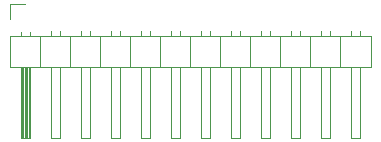
<source format=gbr>
%TF.GenerationSoftware,KiCad,Pcbnew,6.0.11-2627ca5db0~126~ubuntu22.04.1*%
%TF.CreationDate,2023-08-06T20:15:41-06:00*%
%TF.ProjectId,LED-Bank,4c45442d-4261-46e6-9b2e-6b696361645f,rev?*%
%TF.SameCoordinates,Original*%
%TF.FileFunction,Legend,Bot*%
%TF.FilePolarity,Positive*%
%FSLAX46Y46*%
G04 Gerber Fmt 4.6, Leading zero omitted, Abs format (unit mm)*
G04 Created by KiCad (PCBNEW 6.0.11-2627ca5db0~126~ubuntu22.04.1) date 2023-08-06 20:15:41*
%MOMM*%
%LPD*%
G01*
G04 APERTURE LIST*
%ADD10C,0.120000*%
G04 APERTURE END LIST*
D10*
%TO.C,J1*%
X191687430Y-126891618D02*
X191687430Y-129551618D01*
X162797430Y-126561618D02*
X162797430Y-126891618D01*
X162037430Y-135551618D02*
X162797430Y-135551618D01*
X171307430Y-126891618D02*
X171307430Y-129551618D01*
X174737430Y-126494547D02*
X174737430Y-126891618D01*
X169657430Y-126494547D02*
X169657430Y-126891618D01*
X189977430Y-135551618D02*
X190737430Y-135551618D01*
X164577430Y-135551618D02*
X165337430Y-135551618D01*
X170417430Y-126494547D02*
X170417430Y-126891618D01*
X178927430Y-126891618D02*
X178927430Y-129551618D01*
X161087430Y-129551618D02*
X161087430Y-126891618D01*
X187437430Y-126494547D02*
X187437430Y-126891618D01*
X167877430Y-135551618D02*
X167877430Y-129551618D01*
X184897430Y-135551618D02*
X185657430Y-135551618D01*
X184897430Y-129551618D02*
X184897430Y-135551618D01*
X181467430Y-126891618D02*
X181467430Y-129551618D01*
X177277430Y-135551618D02*
X178037430Y-135551618D01*
X184897430Y-126494547D02*
X184897430Y-126891618D01*
X185657430Y-126494547D02*
X185657430Y-126891618D01*
X162037430Y-129551618D02*
X162037430Y-135551618D01*
X162337430Y-129551618D02*
X162337430Y-135551618D01*
X180577430Y-126494547D02*
X180577430Y-126891618D01*
X189977430Y-126494547D02*
X189977430Y-126891618D01*
X163687430Y-126891618D02*
X163687430Y-129551618D01*
X167117430Y-126494547D02*
X167117430Y-126891618D01*
X177277430Y-126494547D02*
X177277430Y-126891618D01*
X162577430Y-129551618D02*
X162577430Y-135551618D01*
X162037430Y-126561618D02*
X162037430Y-126891618D01*
X162417430Y-124181618D02*
X161147430Y-124181618D01*
X191687430Y-129551618D02*
X161087430Y-129551618D01*
X179817430Y-126494547D02*
X179817430Y-126891618D01*
X162697430Y-129551618D02*
X162697430Y-135551618D01*
X167877430Y-126494547D02*
X167877430Y-126891618D01*
X185657430Y-135551618D02*
X185657430Y-129551618D01*
X189977430Y-129551618D02*
X189977430Y-135551618D01*
X174737430Y-129551618D02*
X174737430Y-135551618D01*
X173847430Y-126891618D02*
X173847430Y-129551618D01*
X164577430Y-126494547D02*
X164577430Y-126891618D01*
X165337430Y-135551618D02*
X165337430Y-129551618D01*
X167117430Y-129551618D02*
X167117430Y-135551618D01*
X188197430Y-126494547D02*
X188197430Y-126891618D01*
X175497430Y-126494547D02*
X175497430Y-126891618D01*
X182357430Y-126494547D02*
X182357430Y-126891618D01*
X190737430Y-135551618D02*
X190737430Y-129551618D01*
X172197430Y-129551618D02*
X172197430Y-135551618D01*
X161087430Y-126891618D02*
X191687430Y-126891618D01*
X165337430Y-126494547D02*
X165337430Y-126891618D01*
X169657430Y-135551618D02*
X170417430Y-135551618D01*
X178037430Y-126494547D02*
X178037430Y-126891618D01*
X175497430Y-135551618D02*
X175497430Y-129551618D01*
X176387430Y-126891618D02*
X176387430Y-129551618D01*
X162217430Y-129551618D02*
X162217430Y-135551618D01*
X172957430Y-135551618D02*
X172957430Y-129551618D01*
X172957430Y-126494547D02*
X172957430Y-126891618D01*
X161147430Y-124181618D02*
X161147430Y-125451618D01*
X172197430Y-135551618D02*
X172957430Y-135551618D01*
X166227430Y-126891618D02*
X166227430Y-129551618D01*
X186547430Y-126891618D02*
X186547430Y-129551618D01*
X182357430Y-129551618D02*
X182357430Y-135551618D01*
X162457430Y-129551618D02*
X162457430Y-135551618D01*
X167117430Y-135551618D02*
X167877430Y-135551618D01*
X190737430Y-126494547D02*
X190737430Y-126891618D01*
X188197430Y-135551618D02*
X188197430Y-129551618D01*
X172197430Y-126494547D02*
X172197430Y-126891618D01*
X183117430Y-135551618D02*
X183117430Y-129551618D01*
X162097430Y-129551618D02*
X162097430Y-135551618D01*
X178037430Y-135551618D02*
X178037430Y-129551618D01*
X180577430Y-135551618D02*
X180577430Y-129551618D01*
X168767430Y-126891618D02*
X168767430Y-129551618D01*
X170417430Y-135551618D02*
X170417430Y-129551618D01*
X169657430Y-129551618D02*
X169657430Y-135551618D01*
X179817430Y-135551618D02*
X180577430Y-135551618D01*
X187437430Y-135551618D02*
X188197430Y-135551618D01*
X184007430Y-126891618D02*
X184007430Y-129551618D01*
X183117430Y-126494547D02*
X183117430Y-126891618D01*
X187437430Y-129551618D02*
X187437430Y-135551618D01*
X164577430Y-129551618D02*
X164577430Y-135551618D01*
X182357430Y-135551618D02*
X183117430Y-135551618D01*
X189087430Y-126891618D02*
X189087430Y-129551618D01*
X174737430Y-135551618D02*
X175497430Y-135551618D01*
X179817430Y-129551618D02*
X179817430Y-135551618D01*
X177277430Y-129551618D02*
X177277430Y-135551618D01*
X162797430Y-135551618D02*
X162797430Y-129551618D01*
%TD*%
M02*

</source>
